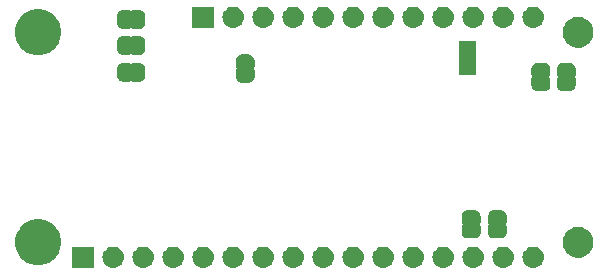
<source format=gbr>
G04 #@! TF.GenerationSoftware,KiCad,Pcbnew,(5.1.4)-1*
G04 #@! TF.CreationDate,2020-01-22T19:52:42-05:00*
G04 #@! TF.ProjectId,Feather-NEO-M9N-GPS,46656174-6865-4722-9d4e-454f2d4d394e,rev?*
G04 #@! TF.SameCoordinates,Original*
G04 #@! TF.FileFunction,Soldermask,Bot*
G04 #@! TF.FilePolarity,Negative*
%FSLAX46Y46*%
G04 Gerber Fmt 4.6, Leading zero omitted, Abs format (unit mm)*
G04 Created by KiCad (PCBNEW (5.1.4)-1) date 2020-01-22 19:52:42*
%MOMM*%
%LPD*%
G04 APERTURE LIST*
%ADD10C,0.100000*%
G04 APERTURE END LIST*
D10*
G36*
X167421560Y-78513940D02*
G01*
X167421560Y-79910940D01*
X167675560Y-79910940D01*
X167675560Y-78513940D01*
X167421560Y-78513940D01*
G37*
G36*
X173198743Y-95193719D02*
G01*
X173264927Y-95200237D01*
X173434766Y-95251757D01*
X173591291Y-95335422D01*
X173627029Y-95364752D01*
X173728486Y-95448014D01*
X173811748Y-95549471D01*
X173841078Y-95585209D01*
X173924743Y-95741734D01*
X173976263Y-95911573D01*
X173993659Y-96088200D01*
X173976263Y-96264827D01*
X173924743Y-96434666D01*
X173841078Y-96591191D01*
X173811748Y-96626929D01*
X173728486Y-96728386D01*
X173627029Y-96811648D01*
X173591291Y-96840978D01*
X173434766Y-96924643D01*
X173264927Y-96976163D01*
X173198743Y-96982681D01*
X173132560Y-96989200D01*
X173044040Y-96989200D01*
X172977857Y-96982681D01*
X172911673Y-96976163D01*
X172741834Y-96924643D01*
X172585309Y-96840978D01*
X172549571Y-96811648D01*
X172448114Y-96728386D01*
X172364852Y-96626929D01*
X172335522Y-96591191D01*
X172251857Y-96434666D01*
X172200337Y-96264827D01*
X172182941Y-96088200D01*
X172200337Y-95911573D01*
X172251857Y-95741734D01*
X172335522Y-95585209D01*
X172364852Y-95549471D01*
X172448114Y-95448014D01*
X172549571Y-95364752D01*
X172585309Y-95335422D01*
X172741834Y-95251757D01*
X172911673Y-95200237D01*
X172977857Y-95193719D01*
X173044040Y-95187200D01*
X173132560Y-95187200D01*
X173198743Y-95193719D01*
X173198743Y-95193719D01*
G37*
G36*
X152878743Y-95193719D02*
G01*
X152944927Y-95200237D01*
X153114766Y-95251757D01*
X153271291Y-95335422D01*
X153307029Y-95364752D01*
X153408486Y-95448014D01*
X153491748Y-95549471D01*
X153521078Y-95585209D01*
X153604743Y-95741734D01*
X153656263Y-95911573D01*
X153673659Y-96088200D01*
X153656263Y-96264827D01*
X153604743Y-96434666D01*
X153521078Y-96591191D01*
X153491748Y-96626929D01*
X153408486Y-96728386D01*
X153307029Y-96811648D01*
X153271291Y-96840978D01*
X153114766Y-96924643D01*
X152944927Y-96976163D01*
X152878743Y-96982681D01*
X152812560Y-96989200D01*
X152724040Y-96989200D01*
X152657857Y-96982681D01*
X152591673Y-96976163D01*
X152421834Y-96924643D01*
X152265309Y-96840978D01*
X152229571Y-96811648D01*
X152128114Y-96728386D01*
X152044852Y-96626929D01*
X152015522Y-96591191D01*
X151931857Y-96434666D01*
X151880337Y-96264827D01*
X151862941Y-96088200D01*
X151880337Y-95911573D01*
X151931857Y-95741734D01*
X152015522Y-95585209D01*
X152044852Y-95549471D01*
X152128114Y-95448014D01*
X152229571Y-95364752D01*
X152265309Y-95335422D01*
X152421834Y-95251757D01*
X152591673Y-95200237D01*
X152657857Y-95193719D01*
X152724040Y-95187200D01*
X152812560Y-95187200D01*
X152878743Y-95193719D01*
X152878743Y-95193719D01*
G37*
G36*
X135889300Y-96989200D02*
G01*
X134087300Y-96989200D01*
X134087300Y-95187200D01*
X135889300Y-95187200D01*
X135889300Y-96989200D01*
X135889300Y-96989200D01*
G37*
G36*
X137638743Y-95193719D02*
G01*
X137704927Y-95200237D01*
X137874766Y-95251757D01*
X138031291Y-95335422D01*
X138067029Y-95364752D01*
X138168486Y-95448014D01*
X138251748Y-95549471D01*
X138281078Y-95585209D01*
X138364743Y-95741734D01*
X138416263Y-95911573D01*
X138433659Y-96088200D01*
X138416263Y-96264827D01*
X138364743Y-96434666D01*
X138281078Y-96591191D01*
X138251748Y-96626929D01*
X138168486Y-96728386D01*
X138067029Y-96811648D01*
X138031291Y-96840978D01*
X137874766Y-96924643D01*
X137704927Y-96976163D01*
X137638743Y-96982681D01*
X137572560Y-96989200D01*
X137484040Y-96989200D01*
X137417857Y-96982681D01*
X137351673Y-96976163D01*
X137181834Y-96924643D01*
X137025309Y-96840978D01*
X136989571Y-96811648D01*
X136888114Y-96728386D01*
X136804852Y-96626929D01*
X136775522Y-96591191D01*
X136691857Y-96434666D01*
X136640337Y-96264827D01*
X136622941Y-96088200D01*
X136640337Y-95911573D01*
X136691857Y-95741734D01*
X136775522Y-95585209D01*
X136804852Y-95549471D01*
X136888114Y-95448014D01*
X136989571Y-95364752D01*
X137025309Y-95335422D01*
X137181834Y-95251757D01*
X137351673Y-95200237D01*
X137417857Y-95193719D01*
X137484040Y-95187200D01*
X137572560Y-95187200D01*
X137638743Y-95193719D01*
X137638743Y-95193719D01*
G37*
G36*
X140178743Y-95193719D02*
G01*
X140244927Y-95200237D01*
X140414766Y-95251757D01*
X140571291Y-95335422D01*
X140607029Y-95364752D01*
X140708486Y-95448014D01*
X140791748Y-95549471D01*
X140821078Y-95585209D01*
X140904743Y-95741734D01*
X140956263Y-95911573D01*
X140973659Y-96088200D01*
X140956263Y-96264827D01*
X140904743Y-96434666D01*
X140821078Y-96591191D01*
X140791748Y-96626929D01*
X140708486Y-96728386D01*
X140607029Y-96811648D01*
X140571291Y-96840978D01*
X140414766Y-96924643D01*
X140244927Y-96976163D01*
X140178743Y-96982681D01*
X140112560Y-96989200D01*
X140024040Y-96989200D01*
X139957857Y-96982681D01*
X139891673Y-96976163D01*
X139721834Y-96924643D01*
X139565309Y-96840978D01*
X139529571Y-96811648D01*
X139428114Y-96728386D01*
X139344852Y-96626929D01*
X139315522Y-96591191D01*
X139231857Y-96434666D01*
X139180337Y-96264827D01*
X139162941Y-96088200D01*
X139180337Y-95911573D01*
X139231857Y-95741734D01*
X139315522Y-95585209D01*
X139344852Y-95549471D01*
X139428114Y-95448014D01*
X139529571Y-95364752D01*
X139565309Y-95335422D01*
X139721834Y-95251757D01*
X139891673Y-95200237D01*
X139957857Y-95193719D01*
X140024040Y-95187200D01*
X140112560Y-95187200D01*
X140178743Y-95193719D01*
X140178743Y-95193719D01*
G37*
G36*
X142718743Y-95193719D02*
G01*
X142784927Y-95200237D01*
X142954766Y-95251757D01*
X143111291Y-95335422D01*
X143147029Y-95364752D01*
X143248486Y-95448014D01*
X143331748Y-95549471D01*
X143361078Y-95585209D01*
X143444743Y-95741734D01*
X143496263Y-95911573D01*
X143513659Y-96088200D01*
X143496263Y-96264827D01*
X143444743Y-96434666D01*
X143361078Y-96591191D01*
X143331748Y-96626929D01*
X143248486Y-96728386D01*
X143147029Y-96811648D01*
X143111291Y-96840978D01*
X142954766Y-96924643D01*
X142784927Y-96976163D01*
X142718743Y-96982681D01*
X142652560Y-96989200D01*
X142564040Y-96989200D01*
X142497857Y-96982681D01*
X142431673Y-96976163D01*
X142261834Y-96924643D01*
X142105309Y-96840978D01*
X142069571Y-96811648D01*
X141968114Y-96728386D01*
X141884852Y-96626929D01*
X141855522Y-96591191D01*
X141771857Y-96434666D01*
X141720337Y-96264827D01*
X141702941Y-96088200D01*
X141720337Y-95911573D01*
X141771857Y-95741734D01*
X141855522Y-95585209D01*
X141884852Y-95549471D01*
X141968114Y-95448014D01*
X142069571Y-95364752D01*
X142105309Y-95335422D01*
X142261834Y-95251757D01*
X142431673Y-95200237D01*
X142497857Y-95193719D01*
X142564040Y-95187200D01*
X142652560Y-95187200D01*
X142718743Y-95193719D01*
X142718743Y-95193719D01*
G37*
G36*
X145258743Y-95193719D02*
G01*
X145324927Y-95200237D01*
X145494766Y-95251757D01*
X145651291Y-95335422D01*
X145687029Y-95364752D01*
X145788486Y-95448014D01*
X145871748Y-95549471D01*
X145901078Y-95585209D01*
X145984743Y-95741734D01*
X146036263Y-95911573D01*
X146053659Y-96088200D01*
X146036263Y-96264827D01*
X145984743Y-96434666D01*
X145901078Y-96591191D01*
X145871748Y-96626929D01*
X145788486Y-96728386D01*
X145687029Y-96811648D01*
X145651291Y-96840978D01*
X145494766Y-96924643D01*
X145324927Y-96976163D01*
X145258743Y-96982681D01*
X145192560Y-96989200D01*
X145104040Y-96989200D01*
X145037857Y-96982681D01*
X144971673Y-96976163D01*
X144801834Y-96924643D01*
X144645309Y-96840978D01*
X144609571Y-96811648D01*
X144508114Y-96728386D01*
X144424852Y-96626929D01*
X144395522Y-96591191D01*
X144311857Y-96434666D01*
X144260337Y-96264827D01*
X144242941Y-96088200D01*
X144260337Y-95911573D01*
X144311857Y-95741734D01*
X144395522Y-95585209D01*
X144424852Y-95549471D01*
X144508114Y-95448014D01*
X144609571Y-95364752D01*
X144645309Y-95335422D01*
X144801834Y-95251757D01*
X144971673Y-95200237D01*
X145037857Y-95193719D01*
X145104040Y-95187200D01*
X145192560Y-95187200D01*
X145258743Y-95193719D01*
X145258743Y-95193719D01*
G37*
G36*
X147798743Y-95193719D02*
G01*
X147864927Y-95200237D01*
X148034766Y-95251757D01*
X148191291Y-95335422D01*
X148227029Y-95364752D01*
X148328486Y-95448014D01*
X148411748Y-95549471D01*
X148441078Y-95585209D01*
X148524743Y-95741734D01*
X148576263Y-95911573D01*
X148593659Y-96088200D01*
X148576263Y-96264827D01*
X148524743Y-96434666D01*
X148441078Y-96591191D01*
X148411748Y-96626929D01*
X148328486Y-96728386D01*
X148227029Y-96811648D01*
X148191291Y-96840978D01*
X148034766Y-96924643D01*
X147864927Y-96976163D01*
X147798743Y-96982681D01*
X147732560Y-96989200D01*
X147644040Y-96989200D01*
X147577857Y-96982681D01*
X147511673Y-96976163D01*
X147341834Y-96924643D01*
X147185309Y-96840978D01*
X147149571Y-96811648D01*
X147048114Y-96728386D01*
X146964852Y-96626929D01*
X146935522Y-96591191D01*
X146851857Y-96434666D01*
X146800337Y-96264827D01*
X146782941Y-96088200D01*
X146800337Y-95911573D01*
X146851857Y-95741734D01*
X146935522Y-95585209D01*
X146964852Y-95549471D01*
X147048114Y-95448014D01*
X147149571Y-95364752D01*
X147185309Y-95335422D01*
X147341834Y-95251757D01*
X147511673Y-95200237D01*
X147577857Y-95193719D01*
X147644040Y-95187200D01*
X147732560Y-95187200D01*
X147798743Y-95193719D01*
X147798743Y-95193719D01*
G37*
G36*
X150338743Y-95193719D02*
G01*
X150404927Y-95200237D01*
X150574766Y-95251757D01*
X150731291Y-95335422D01*
X150767029Y-95364752D01*
X150868486Y-95448014D01*
X150951748Y-95549471D01*
X150981078Y-95585209D01*
X151064743Y-95741734D01*
X151116263Y-95911573D01*
X151133659Y-96088200D01*
X151116263Y-96264827D01*
X151064743Y-96434666D01*
X150981078Y-96591191D01*
X150951748Y-96626929D01*
X150868486Y-96728386D01*
X150767029Y-96811648D01*
X150731291Y-96840978D01*
X150574766Y-96924643D01*
X150404927Y-96976163D01*
X150338743Y-96982681D01*
X150272560Y-96989200D01*
X150184040Y-96989200D01*
X150117857Y-96982681D01*
X150051673Y-96976163D01*
X149881834Y-96924643D01*
X149725309Y-96840978D01*
X149689571Y-96811648D01*
X149588114Y-96728386D01*
X149504852Y-96626929D01*
X149475522Y-96591191D01*
X149391857Y-96434666D01*
X149340337Y-96264827D01*
X149322941Y-96088200D01*
X149340337Y-95911573D01*
X149391857Y-95741734D01*
X149475522Y-95585209D01*
X149504852Y-95549471D01*
X149588114Y-95448014D01*
X149689571Y-95364752D01*
X149725309Y-95335422D01*
X149881834Y-95251757D01*
X150051673Y-95200237D01*
X150117857Y-95193719D01*
X150184040Y-95187200D01*
X150272560Y-95187200D01*
X150338743Y-95193719D01*
X150338743Y-95193719D01*
G37*
G36*
X157958743Y-95193719D02*
G01*
X158024927Y-95200237D01*
X158194766Y-95251757D01*
X158351291Y-95335422D01*
X158387029Y-95364752D01*
X158488486Y-95448014D01*
X158571748Y-95549471D01*
X158601078Y-95585209D01*
X158684743Y-95741734D01*
X158736263Y-95911573D01*
X158753659Y-96088200D01*
X158736263Y-96264827D01*
X158684743Y-96434666D01*
X158601078Y-96591191D01*
X158571748Y-96626929D01*
X158488486Y-96728386D01*
X158387029Y-96811648D01*
X158351291Y-96840978D01*
X158194766Y-96924643D01*
X158024927Y-96976163D01*
X157958743Y-96982681D01*
X157892560Y-96989200D01*
X157804040Y-96989200D01*
X157737857Y-96982681D01*
X157671673Y-96976163D01*
X157501834Y-96924643D01*
X157345309Y-96840978D01*
X157309571Y-96811648D01*
X157208114Y-96728386D01*
X157124852Y-96626929D01*
X157095522Y-96591191D01*
X157011857Y-96434666D01*
X156960337Y-96264827D01*
X156942941Y-96088200D01*
X156960337Y-95911573D01*
X157011857Y-95741734D01*
X157095522Y-95585209D01*
X157124852Y-95549471D01*
X157208114Y-95448014D01*
X157309571Y-95364752D01*
X157345309Y-95335422D01*
X157501834Y-95251757D01*
X157671673Y-95200237D01*
X157737857Y-95193719D01*
X157804040Y-95187200D01*
X157892560Y-95187200D01*
X157958743Y-95193719D01*
X157958743Y-95193719D01*
G37*
G36*
X160498743Y-95193719D02*
G01*
X160564927Y-95200237D01*
X160734766Y-95251757D01*
X160891291Y-95335422D01*
X160927029Y-95364752D01*
X161028486Y-95448014D01*
X161111748Y-95549471D01*
X161141078Y-95585209D01*
X161224743Y-95741734D01*
X161276263Y-95911573D01*
X161293659Y-96088200D01*
X161276263Y-96264827D01*
X161224743Y-96434666D01*
X161141078Y-96591191D01*
X161111748Y-96626929D01*
X161028486Y-96728386D01*
X160927029Y-96811648D01*
X160891291Y-96840978D01*
X160734766Y-96924643D01*
X160564927Y-96976163D01*
X160498743Y-96982681D01*
X160432560Y-96989200D01*
X160344040Y-96989200D01*
X160277857Y-96982681D01*
X160211673Y-96976163D01*
X160041834Y-96924643D01*
X159885309Y-96840978D01*
X159849571Y-96811648D01*
X159748114Y-96728386D01*
X159664852Y-96626929D01*
X159635522Y-96591191D01*
X159551857Y-96434666D01*
X159500337Y-96264827D01*
X159482941Y-96088200D01*
X159500337Y-95911573D01*
X159551857Y-95741734D01*
X159635522Y-95585209D01*
X159664852Y-95549471D01*
X159748114Y-95448014D01*
X159849571Y-95364752D01*
X159885309Y-95335422D01*
X160041834Y-95251757D01*
X160211673Y-95200237D01*
X160277857Y-95193719D01*
X160344040Y-95187200D01*
X160432560Y-95187200D01*
X160498743Y-95193719D01*
X160498743Y-95193719D01*
G37*
G36*
X163038743Y-95193719D02*
G01*
X163104927Y-95200237D01*
X163274766Y-95251757D01*
X163431291Y-95335422D01*
X163467029Y-95364752D01*
X163568486Y-95448014D01*
X163651748Y-95549471D01*
X163681078Y-95585209D01*
X163764743Y-95741734D01*
X163816263Y-95911573D01*
X163833659Y-96088200D01*
X163816263Y-96264827D01*
X163764743Y-96434666D01*
X163681078Y-96591191D01*
X163651748Y-96626929D01*
X163568486Y-96728386D01*
X163467029Y-96811648D01*
X163431291Y-96840978D01*
X163274766Y-96924643D01*
X163104927Y-96976163D01*
X163038743Y-96982681D01*
X162972560Y-96989200D01*
X162884040Y-96989200D01*
X162817857Y-96982681D01*
X162751673Y-96976163D01*
X162581834Y-96924643D01*
X162425309Y-96840978D01*
X162389571Y-96811648D01*
X162288114Y-96728386D01*
X162204852Y-96626929D01*
X162175522Y-96591191D01*
X162091857Y-96434666D01*
X162040337Y-96264827D01*
X162022941Y-96088200D01*
X162040337Y-95911573D01*
X162091857Y-95741734D01*
X162175522Y-95585209D01*
X162204852Y-95549471D01*
X162288114Y-95448014D01*
X162389571Y-95364752D01*
X162425309Y-95335422D01*
X162581834Y-95251757D01*
X162751673Y-95200237D01*
X162817857Y-95193719D01*
X162884040Y-95187200D01*
X162972560Y-95187200D01*
X163038743Y-95193719D01*
X163038743Y-95193719D01*
G37*
G36*
X165578743Y-95193719D02*
G01*
X165644927Y-95200237D01*
X165814766Y-95251757D01*
X165971291Y-95335422D01*
X166007029Y-95364752D01*
X166108486Y-95448014D01*
X166191748Y-95549471D01*
X166221078Y-95585209D01*
X166304743Y-95741734D01*
X166356263Y-95911573D01*
X166373659Y-96088200D01*
X166356263Y-96264827D01*
X166304743Y-96434666D01*
X166221078Y-96591191D01*
X166191748Y-96626929D01*
X166108486Y-96728386D01*
X166007029Y-96811648D01*
X165971291Y-96840978D01*
X165814766Y-96924643D01*
X165644927Y-96976163D01*
X165578743Y-96982681D01*
X165512560Y-96989200D01*
X165424040Y-96989200D01*
X165357857Y-96982681D01*
X165291673Y-96976163D01*
X165121834Y-96924643D01*
X164965309Y-96840978D01*
X164929571Y-96811648D01*
X164828114Y-96728386D01*
X164744852Y-96626929D01*
X164715522Y-96591191D01*
X164631857Y-96434666D01*
X164580337Y-96264827D01*
X164562941Y-96088200D01*
X164580337Y-95911573D01*
X164631857Y-95741734D01*
X164715522Y-95585209D01*
X164744852Y-95549471D01*
X164828114Y-95448014D01*
X164929571Y-95364752D01*
X164965309Y-95335422D01*
X165121834Y-95251757D01*
X165291673Y-95200237D01*
X165357857Y-95193719D01*
X165424040Y-95187200D01*
X165512560Y-95187200D01*
X165578743Y-95193719D01*
X165578743Y-95193719D01*
G37*
G36*
X168118743Y-95193719D02*
G01*
X168184927Y-95200237D01*
X168354766Y-95251757D01*
X168511291Y-95335422D01*
X168547029Y-95364752D01*
X168648486Y-95448014D01*
X168731748Y-95549471D01*
X168761078Y-95585209D01*
X168844743Y-95741734D01*
X168896263Y-95911573D01*
X168913659Y-96088200D01*
X168896263Y-96264827D01*
X168844743Y-96434666D01*
X168761078Y-96591191D01*
X168731748Y-96626929D01*
X168648486Y-96728386D01*
X168547029Y-96811648D01*
X168511291Y-96840978D01*
X168354766Y-96924643D01*
X168184927Y-96976163D01*
X168118743Y-96982681D01*
X168052560Y-96989200D01*
X167964040Y-96989200D01*
X167897857Y-96982681D01*
X167831673Y-96976163D01*
X167661834Y-96924643D01*
X167505309Y-96840978D01*
X167469571Y-96811648D01*
X167368114Y-96728386D01*
X167284852Y-96626929D01*
X167255522Y-96591191D01*
X167171857Y-96434666D01*
X167120337Y-96264827D01*
X167102941Y-96088200D01*
X167120337Y-95911573D01*
X167171857Y-95741734D01*
X167255522Y-95585209D01*
X167284852Y-95549471D01*
X167368114Y-95448014D01*
X167469571Y-95364752D01*
X167505309Y-95335422D01*
X167661834Y-95251757D01*
X167831673Y-95200237D01*
X167897857Y-95193719D01*
X167964040Y-95187200D01*
X168052560Y-95187200D01*
X168118743Y-95193719D01*
X168118743Y-95193719D01*
G37*
G36*
X170658743Y-95193719D02*
G01*
X170724927Y-95200237D01*
X170894766Y-95251757D01*
X171051291Y-95335422D01*
X171087029Y-95364752D01*
X171188486Y-95448014D01*
X171271748Y-95549471D01*
X171301078Y-95585209D01*
X171384743Y-95741734D01*
X171436263Y-95911573D01*
X171453659Y-96088200D01*
X171436263Y-96264827D01*
X171384743Y-96434666D01*
X171301078Y-96591191D01*
X171271748Y-96626929D01*
X171188486Y-96728386D01*
X171087029Y-96811648D01*
X171051291Y-96840978D01*
X170894766Y-96924643D01*
X170724927Y-96976163D01*
X170658743Y-96982681D01*
X170592560Y-96989200D01*
X170504040Y-96989200D01*
X170437857Y-96982681D01*
X170371673Y-96976163D01*
X170201834Y-96924643D01*
X170045309Y-96840978D01*
X170009571Y-96811648D01*
X169908114Y-96728386D01*
X169824852Y-96626929D01*
X169795522Y-96591191D01*
X169711857Y-96434666D01*
X169660337Y-96264827D01*
X169642941Y-96088200D01*
X169660337Y-95911573D01*
X169711857Y-95741734D01*
X169795522Y-95585209D01*
X169824852Y-95549471D01*
X169908114Y-95448014D01*
X170009571Y-95364752D01*
X170045309Y-95335422D01*
X170201834Y-95251757D01*
X170371673Y-95200237D01*
X170437857Y-95193719D01*
X170504040Y-95187200D01*
X170592560Y-95187200D01*
X170658743Y-95193719D01*
X170658743Y-95193719D01*
G37*
G36*
X155418743Y-95193719D02*
G01*
X155484927Y-95200237D01*
X155654766Y-95251757D01*
X155811291Y-95335422D01*
X155847029Y-95364752D01*
X155948486Y-95448014D01*
X156031748Y-95549471D01*
X156061078Y-95585209D01*
X156144743Y-95741734D01*
X156196263Y-95911573D01*
X156213659Y-96088200D01*
X156196263Y-96264827D01*
X156144743Y-96434666D01*
X156061078Y-96591191D01*
X156031748Y-96626929D01*
X155948486Y-96728386D01*
X155847029Y-96811648D01*
X155811291Y-96840978D01*
X155654766Y-96924643D01*
X155484927Y-96976163D01*
X155418743Y-96982681D01*
X155352560Y-96989200D01*
X155264040Y-96989200D01*
X155197857Y-96982681D01*
X155131673Y-96976163D01*
X154961834Y-96924643D01*
X154805309Y-96840978D01*
X154769571Y-96811648D01*
X154668114Y-96728386D01*
X154584852Y-96626929D01*
X154555522Y-96591191D01*
X154471857Y-96434666D01*
X154420337Y-96264827D01*
X154402941Y-96088200D01*
X154420337Y-95911573D01*
X154471857Y-95741734D01*
X154555522Y-95585209D01*
X154584852Y-95549471D01*
X154668114Y-95448014D01*
X154769571Y-95364752D01*
X154805309Y-95335422D01*
X154961834Y-95251757D01*
X155131673Y-95200237D01*
X155197857Y-95193719D01*
X155264040Y-95187200D01*
X155352560Y-95187200D01*
X155418743Y-95193719D01*
X155418743Y-95193719D01*
G37*
G36*
X131747385Y-92942175D02*
G01*
X132102443Y-93089245D01*
X132102445Y-93089246D01*
X132421990Y-93302759D01*
X132693741Y-93574510D01*
X132754384Y-93665269D01*
X132907255Y-93894057D01*
X133054325Y-94249115D01*
X133129300Y-94626042D01*
X133129300Y-95010358D01*
X133054325Y-95387285D01*
X132972342Y-95585209D01*
X132907254Y-95742345D01*
X132693741Y-96061890D01*
X132421990Y-96333641D01*
X132102445Y-96547154D01*
X132102444Y-96547155D01*
X132102443Y-96547155D01*
X131747385Y-96694225D01*
X131370458Y-96769200D01*
X130986142Y-96769200D01*
X130609215Y-96694225D01*
X130254157Y-96547155D01*
X130254156Y-96547155D01*
X130254155Y-96547154D01*
X129934610Y-96333641D01*
X129662859Y-96061890D01*
X129449346Y-95742345D01*
X129384258Y-95585209D01*
X129302275Y-95387285D01*
X129227300Y-95010358D01*
X129227300Y-94626042D01*
X129302275Y-94249115D01*
X129449345Y-93894057D01*
X129602216Y-93665269D01*
X129662859Y-93574510D01*
X129934610Y-93302759D01*
X130254155Y-93089246D01*
X130254157Y-93089245D01*
X130609215Y-92942175D01*
X130986142Y-92867200D01*
X131370458Y-92867200D01*
X131747385Y-92942175D01*
X131747385Y-92942175D01*
G37*
G36*
X177277787Y-93567196D02*
G01*
X177514553Y-93665268D01*
X177514555Y-93665269D01*
X177727639Y-93807647D01*
X177908853Y-93988861D01*
X177982673Y-94099340D01*
X178051232Y-94201947D01*
X178149304Y-94438713D01*
X178199300Y-94690061D01*
X178199300Y-94946339D01*
X178149304Y-95197687D01*
X178070769Y-95387286D01*
X178051231Y-95434455D01*
X177908853Y-95647539D01*
X177727639Y-95828753D01*
X177514555Y-95971131D01*
X177514554Y-95971132D01*
X177514553Y-95971132D01*
X177277787Y-96069204D01*
X177026439Y-96119200D01*
X176770161Y-96119200D01*
X176518813Y-96069204D01*
X176282047Y-95971132D01*
X176282046Y-95971132D01*
X176282045Y-95971131D01*
X176068961Y-95828753D01*
X175887747Y-95647539D01*
X175745369Y-95434455D01*
X175725831Y-95387286D01*
X175647296Y-95197687D01*
X175597300Y-94946339D01*
X175597300Y-94690061D01*
X175647296Y-94438713D01*
X175745368Y-94201947D01*
X175813928Y-94099340D01*
X175887747Y-93988861D01*
X176068961Y-93807647D01*
X176282045Y-93665269D01*
X176282047Y-93665268D01*
X176518813Y-93567196D01*
X176770161Y-93517200D01*
X177026439Y-93517200D01*
X177277787Y-93567196D01*
X177277787Y-93567196D01*
G37*
G36*
X170317739Y-92099234D02*
G01*
X170329990Y-92099836D01*
X170348409Y-92099836D01*
X170370689Y-92102030D01*
X170454773Y-92118756D01*
X170476200Y-92125256D01*
X170555398Y-92158060D01*
X170560843Y-92160971D01*
X170560849Y-92160973D01*
X170569709Y-92165709D01*
X170569713Y-92165712D01*
X170575154Y-92168620D01*
X170646439Y-92216251D01*
X170663744Y-92230452D01*
X170724368Y-92291076D01*
X170738569Y-92308381D01*
X170786200Y-92379666D01*
X170789108Y-92385107D01*
X170789111Y-92385111D01*
X170793847Y-92393971D01*
X170793849Y-92393977D01*
X170796760Y-92399422D01*
X170829564Y-92478620D01*
X170836064Y-92500047D01*
X170852790Y-92584131D01*
X170854984Y-92606411D01*
X170854984Y-92624830D01*
X170855586Y-92637081D01*
X170857392Y-92655419D01*
X170857392Y-93143140D01*
X170855803Y-93159279D01*
X170852888Y-93168888D01*
X170848150Y-93177752D01*
X170841777Y-93185517D01*
X170829334Y-93195728D01*
X170818965Y-93202658D01*
X170801638Y-93219985D01*
X170788025Y-93240360D01*
X170778649Y-93263000D01*
X170773869Y-93287033D01*
X170773870Y-93311537D01*
X170778652Y-93335570D01*
X170788030Y-93358209D01*
X170801645Y-93378582D01*
X170818972Y-93395909D01*
X170829342Y-93402838D01*
X170841777Y-93413043D01*
X170848150Y-93420808D01*
X170852888Y-93429672D01*
X170855803Y-93439281D01*
X170857392Y-93455420D01*
X170857392Y-93943142D01*
X170855586Y-93961479D01*
X170854984Y-93973730D01*
X170854984Y-93992149D01*
X170852790Y-94014429D01*
X170836064Y-94098513D01*
X170829564Y-94119940D01*
X170796760Y-94199138D01*
X170793849Y-94204583D01*
X170793847Y-94204589D01*
X170789111Y-94213449D01*
X170789108Y-94213453D01*
X170786200Y-94218894D01*
X170738569Y-94290179D01*
X170724368Y-94307484D01*
X170663744Y-94368108D01*
X170646439Y-94382309D01*
X170575154Y-94429940D01*
X170569713Y-94432848D01*
X170569709Y-94432851D01*
X170560849Y-94437587D01*
X170560843Y-94437589D01*
X170555398Y-94440500D01*
X170476200Y-94473304D01*
X170454773Y-94479804D01*
X170370689Y-94496530D01*
X170348409Y-94498724D01*
X170329990Y-94498724D01*
X170317739Y-94499326D01*
X170299402Y-94501132D01*
X169811678Y-94501132D01*
X169793341Y-94499326D01*
X169781090Y-94498724D01*
X169762671Y-94498724D01*
X169740391Y-94496530D01*
X169656307Y-94479804D01*
X169634880Y-94473304D01*
X169555682Y-94440500D01*
X169550237Y-94437589D01*
X169550231Y-94437587D01*
X169541371Y-94432851D01*
X169541367Y-94432848D01*
X169535926Y-94429940D01*
X169464641Y-94382309D01*
X169447336Y-94368108D01*
X169386712Y-94307484D01*
X169372511Y-94290179D01*
X169324880Y-94218894D01*
X169321972Y-94213453D01*
X169321969Y-94213449D01*
X169317233Y-94204589D01*
X169317231Y-94204583D01*
X169314320Y-94199138D01*
X169281516Y-94119940D01*
X169275016Y-94098513D01*
X169258290Y-94014429D01*
X169256096Y-93992149D01*
X169256096Y-93973730D01*
X169255494Y-93961479D01*
X169253688Y-93943142D01*
X169253688Y-93455420D01*
X169255277Y-93439281D01*
X169258192Y-93429672D01*
X169262930Y-93420808D01*
X169269303Y-93413043D01*
X169281746Y-93402832D01*
X169292115Y-93395902D01*
X169309442Y-93378575D01*
X169323055Y-93358200D01*
X169332431Y-93335560D01*
X169337211Y-93311527D01*
X169337210Y-93287023D01*
X169332428Y-93262990D01*
X169323050Y-93240351D01*
X169309435Y-93219978D01*
X169292108Y-93202651D01*
X169281738Y-93195722D01*
X169269303Y-93185517D01*
X169262930Y-93177752D01*
X169258192Y-93168888D01*
X169255277Y-93159279D01*
X169253688Y-93143140D01*
X169253688Y-92655419D01*
X169255494Y-92637081D01*
X169256096Y-92624830D01*
X169256096Y-92606411D01*
X169258290Y-92584131D01*
X169275016Y-92500047D01*
X169281516Y-92478620D01*
X169314320Y-92399422D01*
X169317231Y-92393977D01*
X169317233Y-92393971D01*
X169321969Y-92385111D01*
X169321972Y-92385107D01*
X169324880Y-92379666D01*
X169372511Y-92308381D01*
X169386712Y-92291076D01*
X169447336Y-92230452D01*
X169464641Y-92216251D01*
X169535926Y-92168620D01*
X169541367Y-92165712D01*
X169541371Y-92165709D01*
X169550231Y-92160973D01*
X169550237Y-92160971D01*
X169555682Y-92158060D01*
X169634880Y-92125256D01*
X169656307Y-92118756D01*
X169740391Y-92102030D01*
X169762671Y-92099836D01*
X169781090Y-92099836D01*
X169793341Y-92099234D01*
X169811679Y-92097428D01*
X170299401Y-92097428D01*
X170317739Y-92099234D01*
X170317739Y-92099234D01*
G37*
G36*
X168097779Y-92094154D02*
G01*
X168110030Y-92094756D01*
X168128449Y-92094756D01*
X168150729Y-92096950D01*
X168234813Y-92113676D01*
X168256240Y-92120176D01*
X168335438Y-92152980D01*
X168340883Y-92155891D01*
X168340889Y-92155893D01*
X168349749Y-92160629D01*
X168349753Y-92160632D01*
X168355194Y-92163540D01*
X168426479Y-92211171D01*
X168443784Y-92225372D01*
X168504408Y-92285996D01*
X168518609Y-92303301D01*
X168566240Y-92374586D01*
X168569148Y-92380027D01*
X168569151Y-92380031D01*
X168573887Y-92388891D01*
X168573889Y-92388897D01*
X168576800Y-92394342D01*
X168609604Y-92473540D01*
X168616104Y-92494967D01*
X168632830Y-92579051D01*
X168635024Y-92601331D01*
X168635024Y-92619750D01*
X168635626Y-92632001D01*
X168637432Y-92650339D01*
X168637432Y-93138060D01*
X168635843Y-93154199D01*
X168632928Y-93163808D01*
X168628190Y-93172672D01*
X168621817Y-93180437D01*
X168609374Y-93190648D01*
X168599005Y-93197578D01*
X168581678Y-93214905D01*
X168568065Y-93235280D01*
X168558689Y-93257920D01*
X168553909Y-93281953D01*
X168553910Y-93306457D01*
X168558692Y-93330490D01*
X168568070Y-93353129D01*
X168581685Y-93373502D01*
X168599012Y-93390829D01*
X168609382Y-93397758D01*
X168621817Y-93407963D01*
X168628190Y-93415728D01*
X168632928Y-93424592D01*
X168635843Y-93434201D01*
X168637432Y-93450340D01*
X168637432Y-93938062D01*
X168635626Y-93956399D01*
X168635024Y-93968650D01*
X168635024Y-93987069D01*
X168632830Y-94009349D01*
X168616104Y-94093433D01*
X168609604Y-94114860D01*
X168576800Y-94194058D01*
X168573889Y-94199503D01*
X168573887Y-94199509D01*
X168569151Y-94208369D01*
X168569148Y-94208373D01*
X168566240Y-94213814D01*
X168518609Y-94285099D01*
X168504408Y-94302404D01*
X168443784Y-94363028D01*
X168426479Y-94377229D01*
X168355194Y-94424860D01*
X168349753Y-94427768D01*
X168349749Y-94427771D01*
X168340889Y-94432507D01*
X168340883Y-94432509D01*
X168335438Y-94435420D01*
X168256240Y-94468224D01*
X168234813Y-94474724D01*
X168150729Y-94491450D01*
X168128449Y-94493644D01*
X168110030Y-94493644D01*
X168097779Y-94494246D01*
X168079442Y-94496052D01*
X167591718Y-94496052D01*
X167573381Y-94494246D01*
X167561130Y-94493644D01*
X167542711Y-94493644D01*
X167520431Y-94491450D01*
X167436347Y-94474724D01*
X167414920Y-94468224D01*
X167335722Y-94435420D01*
X167330277Y-94432509D01*
X167330271Y-94432507D01*
X167321411Y-94427771D01*
X167321407Y-94427768D01*
X167315966Y-94424860D01*
X167244681Y-94377229D01*
X167227376Y-94363028D01*
X167166752Y-94302404D01*
X167152551Y-94285099D01*
X167104920Y-94213814D01*
X167102012Y-94208373D01*
X167102009Y-94208369D01*
X167097273Y-94199509D01*
X167097271Y-94199503D01*
X167094360Y-94194058D01*
X167061556Y-94114860D01*
X167055056Y-94093433D01*
X167038330Y-94009349D01*
X167036136Y-93987069D01*
X167036136Y-93968650D01*
X167035534Y-93956399D01*
X167033728Y-93938062D01*
X167033728Y-93450340D01*
X167035317Y-93434201D01*
X167038232Y-93424592D01*
X167042970Y-93415728D01*
X167049343Y-93407963D01*
X167061786Y-93397752D01*
X167072155Y-93390822D01*
X167089482Y-93373495D01*
X167103095Y-93353120D01*
X167112471Y-93330480D01*
X167117251Y-93306447D01*
X167117250Y-93281943D01*
X167112468Y-93257910D01*
X167103090Y-93235271D01*
X167089475Y-93214898D01*
X167072148Y-93197571D01*
X167061778Y-93190642D01*
X167049343Y-93180437D01*
X167042970Y-93172672D01*
X167038232Y-93163808D01*
X167035317Y-93154199D01*
X167033728Y-93138060D01*
X167033728Y-92650339D01*
X167035534Y-92632001D01*
X167036136Y-92619750D01*
X167036136Y-92601331D01*
X167038330Y-92579051D01*
X167055056Y-92494967D01*
X167061556Y-92473540D01*
X167094360Y-92394342D01*
X167097271Y-92388897D01*
X167097273Y-92388891D01*
X167102009Y-92380031D01*
X167102012Y-92380027D01*
X167104920Y-92374586D01*
X167152551Y-92303301D01*
X167166752Y-92285996D01*
X167227376Y-92225372D01*
X167244681Y-92211171D01*
X167315966Y-92163540D01*
X167321407Y-92160632D01*
X167321411Y-92160629D01*
X167330271Y-92155893D01*
X167330277Y-92155891D01*
X167335722Y-92152980D01*
X167414920Y-92120176D01*
X167436347Y-92113676D01*
X167520431Y-92096950D01*
X167542711Y-92094756D01*
X167561130Y-92094756D01*
X167573381Y-92094154D01*
X167591719Y-92092348D01*
X168079441Y-92092348D01*
X168097779Y-92094154D01*
X168097779Y-92094154D01*
G37*
G36*
X176157199Y-79622754D02*
G01*
X176169450Y-79623356D01*
X176187869Y-79623356D01*
X176210149Y-79625550D01*
X176294233Y-79642276D01*
X176315660Y-79648776D01*
X176394858Y-79681580D01*
X176400303Y-79684491D01*
X176400309Y-79684493D01*
X176409169Y-79689229D01*
X176409173Y-79689232D01*
X176414614Y-79692140D01*
X176485899Y-79739771D01*
X176503204Y-79753972D01*
X176563828Y-79814596D01*
X176578029Y-79831901D01*
X176625660Y-79903186D01*
X176628568Y-79908627D01*
X176628571Y-79908631D01*
X176633307Y-79917491D01*
X176633309Y-79917497D01*
X176636220Y-79922942D01*
X176669024Y-80002140D01*
X176675524Y-80023567D01*
X176692250Y-80107651D01*
X176694444Y-80129931D01*
X176694444Y-80148350D01*
X176695046Y-80160601D01*
X176696852Y-80178939D01*
X176696852Y-80666660D01*
X176695263Y-80682799D01*
X176692348Y-80692408D01*
X176687610Y-80701272D01*
X176681237Y-80709037D01*
X176668794Y-80719248D01*
X176658425Y-80726178D01*
X176641098Y-80743505D01*
X176627485Y-80763880D01*
X176618109Y-80786520D01*
X176613329Y-80810553D01*
X176613330Y-80835057D01*
X176618112Y-80859090D01*
X176627490Y-80881729D01*
X176641105Y-80902102D01*
X176658432Y-80919429D01*
X176668802Y-80926358D01*
X176681237Y-80936563D01*
X176687610Y-80944328D01*
X176692348Y-80953192D01*
X176695263Y-80962801D01*
X176696852Y-80978940D01*
X176696852Y-81466662D01*
X176695046Y-81484999D01*
X176694444Y-81497250D01*
X176694444Y-81515669D01*
X176692250Y-81537949D01*
X176675524Y-81622033D01*
X176669024Y-81643460D01*
X176636220Y-81722658D01*
X176633309Y-81728103D01*
X176633307Y-81728109D01*
X176628571Y-81736969D01*
X176628568Y-81736973D01*
X176625660Y-81742414D01*
X176578029Y-81813699D01*
X176563828Y-81831004D01*
X176503204Y-81891628D01*
X176485899Y-81905829D01*
X176414614Y-81953460D01*
X176409173Y-81956368D01*
X176409169Y-81956371D01*
X176400309Y-81961107D01*
X176400303Y-81961109D01*
X176394858Y-81964020D01*
X176315660Y-81996824D01*
X176294233Y-82003324D01*
X176210149Y-82020050D01*
X176187869Y-82022244D01*
X176169450Y-82022244D01*
X176157199Y-82022846D01*
X176138862Y-82024652D01*
X175651138Y-82024652D01*
X175632801Y-82022846D01*
X175620550Y-82022244D01*
X175602131Y-82022244D01*
X175579851Y-82020050D01*
X175495767Y-82003324D01*
X175474340Y-81996824D01*
X175395142Y-81964020D01*
X175389697Y-81961109D01*
X175389691Y-81961107D01*
X175380831Y-81956371D01*
X175380827Y-81956368D01*
X175375386Y-81953460D01*
X175304101Y-81905829D01*
X175286796Y-81891628D01*
X175226172Y-81831004D01*
X175211971Y-81813699D01*
X175164340Y-81742414D01*
X175161432Y-81736973D01*
X175161429Y-81736969D01*
X175156693Y-81728109D01*
X175156691Y-81728103D01*
X175153780Y-81722658D01*
X175120976Y-81643460D01*
X175114476Y-81622033D01*
X175097750Y-81537949D01*
X175095556Y-81515669D01*
X175095556Y-81497250D01*
X175094954Y-81484999D01*
X175093148Y-81466662D01*
X175093148Y-80978940D01*
X175094737Y-80962801D01*
X175097652Y-80953192D01*
X175102390Y-80944328D01*
X175108763Y-80936563D01*
X175121206Y-80926352D01*
X175131575Y-80919422D01*
X175148902Y-80902095D01*
X175162515Y-80881720D01*
X175171891Y-80859080D01*
X175176671Y-80835047D01*
X175176670Y-80810543D01*
X175171888Y-80786510D01*
X175162510Y-80763871D01*
X175148895Y-80743498D01*
X175131568Y-80726171D01*
X175121198Y-80719242D01*
X175108763Y-80709037D01*
X175102390Y-80701272D01*
X175097652Y-80692408D01*
X175094737Y-80682799D01*
X175093148Y-80666660D01*
X175093148Y-80178939D01*
X175094954Y-80160601D01*
X175095556Y-80148350D01*
X175095556Y-80129931D01*
X175097750Y-80107651D01*
X175114476Y-80023567D01*
X175120976Y-80002140D01*
X175153780Y-79922942D01*
X175156691Y-79917497D01*
X175156693Y-79917491D01*
X175161429Y-79908631D01*
X175161432Y-79908627D01*
X175164340Y-79903186D01*
X175211971Y-79831901D01*
X175226172Y-79814596D01*
X175286796Y-79753972D01*
X175304101Y-79739771D01*
X175375386Y-79692140D01*
X175380827Y-79689232D01*
X175380831Y-79689229D01*
X175389691Y-79684493D01*
X175389697Y-79684491D01*
X175395142Y-79681580D01*
X175474340Y-79648776D01*
X175495767Y-79642276D01*
X175579851Y-79625550D01*
X175602131Y-79623356D01*
X175620550Y-79623356D01*
X175632801Y-79622754D01*
X175651139Y-79620948D01*
X176138861Y-79620948D01*
X176157199Y-79622754D01*
X176157199Y-79622754D01*
G37*
G36*
X174008359Y-79622754D02*
G01*
X174020610Y-79623356D01*
X174039029Y-79623356D01*
X174061309Y-79625550D01*
X174145393Y-79642276D01*
X174166820Y-79648776D01*
X174246018Y-79681580D01*
X174251463Y-79684491D01*
X174251469Y-79684493D01*
X174260329Y-79689229D01*
X174260333Y-79689232D01*
X174265774Y-79692140D01*
X174337059Y-79739771D01*
X174354364Y-79753972D01*
X174414988Y-79814596D01*
X174429189Y-79831901D01*
X174476820Y-79903186D01*
X174479728Y-79908627D01*
X174479731Y-79908631D01*
X174484467Y-79917491D01*
X174484469Y-79917497D01*
X174487380Y-79922942D01*
X174520184Y-80002140D01*
X174526684Y-80023567D01*
X174543410Y-80107651D01*
X174545604Y-80129931D01*
X174545604Y-80148350D01*
X174546206Y-80160601D01*
X174548012Y-80178939D01*
X174548012Y-80666660D01*
X174546423Y-80682799D01*
X174543508Y-80692408D01*
X174538770Y-80701272D01*
X174532397Y-80709037D01*
X174519954Y-80719248D01*
X174509585Y-80726178D01*
X174492258Y-80743505D01*
X174478645Y-80763880D01*
X174469269Y-80786520D01*
X174464489Y-80810553D01*
X174464490Y-80835057D01*
X174469272Y-80859090D01*
X174478650Y-80881729D01*
X174492265Y-80902102D01*
X174509592Y-80919429D01*
X174519962Y-80926358D01*
X174532397Y-80936563D01*
X174538770Y-80944328D01*
X174543508Y-80953192D01*
X174546423Y-80962801D01*
X174548012Y-80978940D01*
X174548012Y-81466662D01*
X174546206Y-81484999D01*
X174545604Y-81497250D01*
X174545604Y-81515669D01*
X174543410Y-81537949D01*
X174526684Y-81622033D01*
X174520184Y-81643460D01*
X174487380Y-81722658D01*
X174484469Y-81728103D01*
X174484467Y-81728109D01*
X174479731Y-81736969D01*
X174479728Y-81736973D01*
X174476820Y-81742414D01*
X174429189Y-81813699D01*
X174414988Y-81831004D01*
X174354364Y-81891628D01*
X174337059Y-81905829D01*
X174265774Y-81953460D01*
X174260333Y-81956368D01*
X174260329Y-81956371D01*
X174251469Y-81961107D01*
X174251463Y-81961109D01*
X174246018Y-81964020D01*
X174166820Y-81996824D01*
X174145393Y-82003324D01*
X174061309Y-82020050D01*
X174039029Y-82022244D01*
X174020610Y-82022244D01*
X174008359Y-82022846D01*
X173990022Y-82024652D01*
X173502298Y-82024652D01*
X173483961Y-82022846D01*
X173471710Y-82022244D01*
X173453291Y-82022244D01*
X173431011Y-82020050D01*
X173346927Y-82003324D01*
X173325500Y-81996824D01*
X173246302Y-81964020D01*
X173240857Y-81961109D01*
X173240851Y-81961107D01*
X173231991Y-81956371D01*
X173231987Y-81956368D01*
X173226546Y-81953460D01*
X173155261Y-81905829D01*
X173137956Y-81891628D01*
X173077332Y-81831004D01*
X173063131Y-81813699D01*
X173015500Y-81742414D01*
X173012592Y-81736973D01*
X173012589Y-81736969D01*
X173007853Y-81728109D01*
X173007851Y-81728103D01*
X173004940Y-81722658D01*
X172972136Y-81643460D01*
X172965636Y-81622033D01*
X172948910Y-81537949D01*
X172946716Y-81515669D01*
X172946716Y-81497250D01*
X172946114Y-81484999D01*
X172944308Y-81466662D01*
X172944308Y-80978940D01*
X172945897Y-80962801D01*
X172948812Y-80953192D01*
X172953550Y-80944328D01*
X172959923Y-80936563D01*
X172972366Y-80926352D01*
X172982735Y-80919422D01*
X173000062Y-80902095D01*
X173013675Y-80881720D01*
X173023051Y-80859080D01*
X173027831Y-80835047D01*
X173027830Y-80810543D01*
X173023048Y-80786510D01*
X173013670Y-80763871D01*
X173000055Y-80743498D01*
X172982728Y-80726171D01*
X172972358Y-80719242D01*
X172959923Y-80709037D01*
X172953550Y-80701272D01*
X172948812Y-80692408D01*
X172945897Y-80682799D01*
X172944308Y-80666660D01*
X172944308Y-80178939D01*
X172946114Y-80160601D01*
X172946716Y-80148350D01*
X172946716Y-80129931D01*
X172948910Y-80107651D01*
X172965636Y-80023567D01*
X172972136Y-80002140D01*
X173004940Y-79922942D01*
X173007851Y-79917497D01*
X173007853Y-79917491D01*
X173012589Y-79908631D01*
X173012592Y-79908627D01*
X173015500Y-79903186D01*
X173063131Y-79831901D01*
X173077332Y-79814596D01*
X173137956Y-79753972D01*
X173155261Y-79739771D01*
X173226546Y-79692140D01*
X173231987Y-79689232D01*
X173231991Y-79689229D01*
X173240851Y-79684493D01*
X173240857Y-79684491D01*
X173246302Y-79681580D01*
X173325500Y-79648776D01*
X173346927Y-79642276D01*
X173431011Y-79625550D01*
X173453291Y-79623356D01*
X173471710Y-79623356D01*
X173483961Y-79622754D01*
X173502299Y-79620948D01*
X173990021Y-79620948D01*
X174008359Y-79622754D01*
X174008359Y-79622754D01*
G37*
G36*
X148966499Y-78911554D02*
G01*
X148978750Y-78912156D01*
X148997169Y-78912156D01*
X149019449Y-78914350D01*
X149103533Y-78931076D01*
X149124960Y-78937576D01*
X149204158Y-78970380D01*
X149209603Y-78973291D01*
X149209609Y-78973293D01*
X149218469Y-78978029D01*
X149218473Y-78978032D01*
X149223914Y-78980940D01*
X149295199Y-79028571D01*
X149312504Y-79042772D01*
X149373128Y-79103396D01*
X149387329Y-79120701D01*
X149434960Y-79191986D01*
X149437868Y-79197427D01*
X149437871Y-79197431D01*
X149442607Y-79206291D01*
X149442609Y-79206297D01*
X149445520Y-79211742D01*
X149478324Y-79290940D01*
X149484824Y-79312367D01*
X149501550Y-79396451D01*
X149503744Y-79418731D01*
X149503744Y-79437150D01*
X149504346Y-79449401D01*
X149506152Y-79467739D01*
X149506152Y-79955460D01*
X149504563Y-79971599D01*
X149501648Y-79981208D01*
X149496910Y-79990072D01*
X149490537Y-79997837D01*
X149478094Y-80008048D01*
X149467725Y-80014978D01*
X149450398Y-80032305D01*
X149436785Y-80052680D01*
X149427409Y-80075320D01*
X149422629Y-80099353D01*
X149422630Y-80123857D01*
X149427412Y-80147890D01*
X149436790Y-80170529D01*
X149450405Y-80190902D01*
X149467732Y-80208229D01*
X149478102Y-80215158D01*
X149490537Y-80225363D01*
X149496910Y-80233128D01*
X149501648Y-80241992D01*
X149504563Y-80251601D01*
X149506152Y-80267740D01*
X149506152Y-80755462D01*
X149504346Y-80773799D01*
X149503744Y-80786050D01*
X149503744Y-80804469D01*
X149501550Y-80826749D01*
X149484824Y-80910833D01*
X149478324Y-80932260D01*
X149445520Y-81011458D01*
X149442609Y-81016903D01*
X149442607Y-81016909D01*
X149437871Y-81025769D01*
X149437868Y-81025773D01*
X149434960Y-81031214D01*
X149387329Y-81102499D01*
X149373128Y-81119804D01*
X149312504Y-81180428D01*
X149295199Y-81194629D01*
X149223914Y-81242260D01*
X149218473Y-81245168D01*
X149218469Y-81245171D01*
X149209609Y-81249907D01*
X149209603Y-81249909D01*
X149204158Y-81252820D01*
X149124960Y-81285624D01*
X149103533Y-81292124D01*
X149019449Y-81308850D01*
X148997169Y-81311044D01*
X148978750Y-81311044D01*
X148966499Y-81311646D01*
X148948162Y-81313452D01*
X148460438Y-81313452D01*
X148442101Y-81311646D01*
X148429850Y-81311044D01*
X148411431Y-81311044D01*
X148389151Y-81308850D01*
X148305067Y-81292124D01*
X148283640Y-81285624D01*
X148204442Y-81252820D01*
X148198997Y-81249909D01*
X148198991Y-81249907D01*
X148190131Y-81245171D01*
X148190127Y-81245168D01*
X148184686Y-81242260D01*
X148113401Y-81194629D01*
X148096096Y-81180428D01*
X148035472Y-81119804D01*
X148021271Y-81102499D01*
X147973640Y-81031214D01*
X147970732Y-81025773D01*
X147970729Y-81025769D01*
X147965993Y-81016909D01*
X147965991Y-81016903D01*
X147963080Y-81011458D01*
X147930276Y-80932260D01*
X147923776Y-80910833D01*
X147907050Y-80826749D01*
X147904856Y-80804469D01*
X147904856Y-80786050D01*
X147904254Y-80773799D01*
X147902448Y-80755462D01*
X147902448Y-80267740D01*
X147904037Y-80251601D01*
X147906952Y-80241992D01*
X147911690Y-80233128D01*
X147918063Y-80225363D01*
X147930506Y-80215152D01*
X147940875Y-80208222D01*
X147958202Y-80190895D01*
X147971815Y-80170520D01*
X147981191Y-80147880D01*
X147985971Y-80123847D01*
X147985970Y-80099343D01*
X147981188Y-80075310D01*
X147971810Y-80052671D01*
X147958195Y-80032298D01*
X147940868Y-80014971D01*
X147930498Y-80008042D01*
X147918063Y-79997837D01*
X147911690Y-79990072D01*
X147906952Y-79981208D01*
X147904037Y-79971599D01*
X147902448Y-79955460D01*
X147902448Y-79467739D01*
X147904254Y-79449401D01*
X147904856Y-79437150D01*
X147904856Y-79418731D01*
X147907050Y-79396451D01*
X147923776Y-79312367D01*
X147930276Y-79290940D01*
X147963080Y-79211742D01*
X147965991Y-79206297D01*
X147965993Y-79206291D01*
X147970729Y-79197431D01*
X147970732Y-79197427D01*
X147973640Y-79191986D01*
X148021271Y-79120701D01*
X148035472Y-79103396D01*
X148096096Y-79042772D01*
X148113401Y-79028571D01*
X148184686Y-78980940D01*
X148190127Y-78978032D01*
X148190131Y-78978029D01*
X148198991Y-78973293D01*
X148198997Y-78973291D01*
X148204442Y-78970380D01*
X148283640Y-78937576D01*
X148305067Y-78931076D01*
X148389151Y-78914350D01*
X148411431Y-78912156D01*
X148429850Y-78912156D01*
X148442101Y-78911554D01*
X148460439Y-78909748D01*
X148948161Y-78909748D01*
X148966499Y-78911554D01*
X148966499Y-78911554D01*
G37*
G36*
X138914839Y-79631377D02*
G01*
X138924448Y-79634292D01*
X138933312Y-79639030D01*
X138941077Y-79645403D01*
X138951288Y-79657846D01*
X138958218Y-79668215D01*
X138975545Y-79685542D01*
X138995920Y-79699155D01*
X139018560Y-79708531D01*
X139042593Y-79713311D01*
X139067097Y-79713310D01*
X139091130Y-79708528D01*
X139113769Y-79699150D01*
X139134142Y-79685535D01*
X139151469Y-79668208D01*
X139158398Y-79657838D01*
X139168603Y-79645403D01*
X139176368Y-79639030D01*
X139185232Y-79634292D01*
X139194841Y-79631377D01*
X139210980Y-79629788D01*
X139698701Y-79629788D01*
X139717039Y-79631594D01*
X139729290Y-79632196D01*
X139747709Y-79632196D01*
X139769989Y-79634390D01*
X139854073Y-79651116D01*
X139875500Y-79657616D01*
X139954698Y-79690420D01*
X139960143Y-79693331D01*
X139960149Y-79693333D01*
X139969009Y-79698069D01*
X139969013Y-79698072D01*
X139974454Y-79700980D01*
X140045739Y-79748611D01*
X140063044Y-79762812D01*
X140123668Y-79823436D01*
X140137869Y-79840741D01*
X140185500Y-79912026D01*
X140188408Y-79917467D01*
X140188411Y-79917471D01*
X140193147Y-79926331D01*
X140193149Y-79926337D01*
X140196060Y-79931782D01*
X140228864Y-80010980D01*
X140235364Y-80032407D01*
X140252090Y-80116491D01*
X140254284Y-80138771D01*
X140254284Y-80157190D01*
X140254886Y-80169441D01*
X140256692Y-80187779D01*
X140256692Y-80675502D01*
X140254886Y-80693839D01*
X140254284Y-80706090D01*
X140254284Y-80724509D01*
X140252090Y-80746789D01*
X140235364Y-80830873D01*
X140228864Y-80852300D01*
X140196060Y-80931498D01*
X140193149Y-80936943D01*
X140193147Y-80936949D01*
X140188411Y-80945809D01*
X140188408Y-80945813D01*
X140185500Y-80951254D01*
X140137869Y-81022539D01*
X140123668Y-81039844D01*
X140063044Y-81100468D01*
X140045739Y-81114669D01*
X139974454Y-81162300D01*
X139969013Y-81165208D01*
X139969009Y-81165211D01*
X139960149Y-81169947D01*
X139960143Y-81169949D01*
X139954698Y-81172860D01*
X139875500Y-81205664D01*
X139854073Y-81212164D01*
X139769989Y-81228890D01*
X139747709Y-81231084D01*
X139729290Y-81231084D01*
X139717039Y-81231686D01*
X139698702Y-81233492D01*
X139210980Y-81233492D01*
X139194841Y-81231903D01*
X139185232Y-81228988D01*
X139176368Y-81224250D01*
X139168603Y-81217877D01*
X139158392Y-81205434D01*
X139151462Y-81195065D01*
X139134135Y-81177738D01*
X139113760Y-81164125D01*
X139091120Y-81154749D01*
X139067087Y-81149969D01*
X139042583Y-81149970D01*
X139018550Y-81154752D01*
X138995911Y-81164130D01*
X138975538Y-81177745D01*
X138958211Y-81195072D01*
X138951282Y-81205442D01*
X138941077Y-81217877D01*
X138933312Y-81224250D01*
X138924448Y-81228988D01*
X138914839Y-81231903D01*
X138898700Y-81233492D01*
X138410978Y-81233492D01*
X138392641Y-81231686D01*
X138380390Y-81231084D01*
X138361971Y-81231084D01*
X138339691Y-81228890D01*
X138255607Y-81212164D01*
X138234180Y-81205664D01*
X138154982Y-81172860D01*
X138149537Y-81169949D01*
X138149531Y-81169947D01*
X138140671Y-81165211D01*
X138140667Y-81165208D01*
X138135226Y-81162300D01*
X138063941Y-81114669D01*
X138046636Y-81100468D01*
X137986012Y-81039844D01*
X137971811Y-81022539D01*
X137924180Y-80951254D01*
X137921272Y-80945813D01*
X137921269Y-80945809D01*
X137916533Y-80936949D01*
X137916531Y-80936943D01*
X137913620Y-80931498D01*
X137880816Y-80852300D01*
X137874316Y-80830873D01*
X137857590Y-80746789D01*
X137855396Y-80724509D01*
X137855396Y-80706090D01*
X137854794Y-80693839D01*
X137852988Y-80675502D01*
X137852988Y-80187779D01*
X137854794Y-80169441D01*
X137855396Y-80157190D01*
X137855396Y-80138771D01*
X137857590Y-80116491D01*
X137874316Y-80032407D01*
X137880816Y-80010980D01*
X137913620Y-79931782D01*
X137916531Y-79926337D01*
X137916533Y-79926331D01*
X137921269Y-79917471D01*
X137921272Y-79917467D01*
X137924180Y-79912026D01*
X137971811Y-79840741D01*
X137986012Y-79823436D01*
X138046636Y-79762812D01*
X138063941Y-79748611D01*
X138135226Y-79700980D01*
X138140667Y-79698072D01*
X138140671Y-79698069D01*
X138149531Y-79693333D01*
X138149537Y-79693331D01*
X138154982Y-79690420D01*
X138234180Y-79657616D01*
X138255607Y-79651116D01*
X138339691Y-79634390D01*
X138361971Y-79632196D01*
X138380390Y-79632196D01*
X138392641Y-79631594D01*
X138410979Y-79629788D01*
X138898700Y-79629788D01*
X138914839Y-79631377D01*
X138914839Y-79631377D01*
G37*
G36*
X168285160Y-80647540D02*
G01*
X166811960Y-80647540D01*
X166811960Y-77777340D01*
X168285160Y-77777340D01*
X168285160Y-80647540D01*
X168285160Y-80647540D01*
G37*
G36*
X131747385Y-75162175D02*
G01*
X132037276Y-75282252D01*
X132102445Y-75309246D01*
X132421990Y-75522759D01*
X132693741Y-75794510D01*
X132849518Y-76027647D01*
X132907255Y-76114057D01*
X133054325Y-76469115D01*
X133129300Y-76846042D01*
X133129300Y-77230358D01*
X133054325Y-77607285D01*
X132955117Y-77846793D01*
X132907254Y-77962345D01*
X132693741Y-78281890D01*
X132421990Y-78553641D01*
X132102445Y-78767154D01*
X132102444Y-78767155D01*
X132102443Y-78767155D01*
X131747385Y-78914225D01*
X131370458Y-78989200D01*
X130986142Y-78989200D01*
X130609215Y-78914225D01*
X130254157Y-78767155D01*
X130254156Y-78767155D01*
X130254155Y-78767154D01*
X129934610Y-78553641D01*
X129662859Y-78281890D01*
X129449346Y-77962345D01*
X129401483Y-77846793D01*
X129302275Y-77607285D01*
X129227300Y-77230358D01*
X129227300Y-76846042D01*
X129302275Y-76469115D01*
X129449345Y-76114057D01*
X129507082Y-76027647D01*
X129662859Y-75794510D01*
X129934610Y-75522759D01*
X130254155Y-75309246D01*
X130319324Y-75282252D01*
X130609215Y-75162175D01*
X130986142Y-75087200D01*
X131370458Y-75087200D01*
X131747385Y-75162175D01*
X131747385Y-75162175D01*
G37*
G36*
X138914839Y-77355537D02*
G01*
X138924448Y-77358452D01*
X138933312Y-77363190D01*
X138941077Y-77369563D01*
X138951288Y-77382006D01*
X138958218Y-77392375D01*
X138975545Y-77409702D01*
X138995920Y-77423315D01*
X139018560Y-77432691D01*
X139042593Y-77437471D01*
X139067097Y-77437470D01*
X139091130Y-77432688D01*
X139113769Y-77423310D01*
X139134142Y-77409695D01*
X139151469Y-77392368D01*
X139158398Y-77381998D01*
X139168603Y-77369563D01*
X139176368Y-77363190D01*
X139185232Y-77358452D01*
X139194841Y-77355537D01*
X139210980Y-77353948D01*
X139698701Y-77353948D01*
X139717039Y-77355754D01*
X139729290Y-77356356D01*
X139747709Y-77356356D01*
X139769989Y-77358550D01*
X139854073Y-77375276D01*
X139875500Y-77381776D01*
X139954698Y-77414580D01*
X139960143Y-77417491D01*
X139960149Y-77417493D01*
X139969009Y-77422229D01*
X139969013Y-77422232D01*
X139974454Y-77425140D01*
X140045739Y-77472771D01*
X140063044Y-77486972D01*
X140123668Y-77547596D01*
X140137869Y-77564901D01*
X140185500Y-77636186D01*
X140188408Y-77641627D01*
X140188411Y-77641631D01*
X140193147Y-77650491D01*
X140193149Y-77650497D01*
X140196060Y-77655942D01*
X140228864Y-77735140D01*
X140235364Y-77756567D01*
X140252090Y-77840651D01*
X140254284Y-77862931D01*
X140254284Y-77881350D01*
X140254886Y-77893601D01*
X140256692Y-77911939D01*
X140256692Y-78399662D01*
X140254886Y-78417999D01*
X140254284Y-78430250D01*
X140254284Y-78448669D01*
X140252090Y-78470949D01*
X140235364Y-78555033D01*
X140228864Y-78576460D01*
X140196060Y-78655658D01*
X140193149Y-78661103D01*
X140193147Y-78661109D01*
X140188411Y-78669969D01*
X140188408Y-78669973D01*
X140185500Y-78675414D01*
X140137869Y-78746699D01*
X140123668Y-78764004D01*
X140063044Y-78824628D01*
X140045739Y-78838829D01*
X139974454Y-78886460D01*
X139969013Y-78889368D01*
X139969009Y-78889371D01*
X139960149Y-78894107D01*
X139960143Y-78894109D01*
X139954698Y-78897020D01*
X139875500Y-78929824D01*
X139854073Y-78936324D01*
X139769989Y-78953050D01*
X139747709Y-78955244D01*
X139729290Y-78955244D01*
X139717039Y-78955846D01*
X139698702Y-78957652D01*
X139210980Y-78957652D01*
X139194841Y-78956063D01*
X139185232Y-78953148D01*
X139176368Y-78948410D01*
X139168603Y-78942037D01*
X139158392Y-78929594D01*
X139151462Y-78919225D01*
X139134135Y-78901898D01*
X139113760Y-78888285D01*
X139091120Y-78878909D01*
X139067087Y-78874129D01*
X139042583Y-78874130D01*
X139018550Y-78878912D01*
X138995911Y-78888290D01*
X138975538Y-78901905D01*
X138958211Y-78919232D01*
X138951282Y-78929602D01*
X138941077Y-78942037D01*
X138933312Y-78948410D01*
X138924448Y-78953148D01*
X138914839Y-78956063D01*
X138898700Y-78957652D01*
X138410978Y-78957652D01*
X138392641Y-78955846D01*
X138380390Y-78955244D01*
X138361971Y-78955244D01*
X138339691Y-78953050D01*
X138255607Y-78936324D01*
X138234180Y-78929824D01*
X138154982Y-78897020D01*
X138149537Y-78894109D01*
X138149531Y-78894107D01*
X138140671Y-78889371D01*
X138140667Y-78889368D01*
X138135226Y-78886460D01*
X138063941Y-78838829D01*
X138046636Y-78824628D01*
X137986012Y-78764004D01*
X137971811Y-78746699D01*
X137924180Y-78675414D01*
X137921272Y-78669973D01*
X137921269Y-78669969D01*
X137916533Y-78661109D01*
X137916531Y-78661103D01*
X137913620Y-78655658D01*
X137880816Y-78576460D01*
X137874316Y-78555033D01*
X137857590Y-78470949D01*
X137855396Y-78448669D01*
X137855396Y-78430250D01*
X137854794Y-78417999D01*
X137852988Y-78399662D01*
X137852988Y-77911939D01*
X137854794Y-77893601D01*
X137855396Y-77881350D01*
X137855396Y-77862931D01*
X137857590Y-77840651D01*
X137874316Y-77756567D01*
X137880816Y-77735140D01*
X137913620Y-77655942D01*
X137916531Y-77650497D01*
X137916533Y-77650491D01*
X137921269Y-77641631D01*
X137921272Y-77641627D01*
X137924180Y-77636186D01*
X137971811Y-77564901D01*
X137986012Y-77547596D01*
X138046636Y-77486972D01*
X138063941Y-77472771D01*
X138135226Y-77425140D01*
X138140667Y-77422232D01*
X138140671Y-77422229D01*
X138149531Y-77417493D01*
X138149537Y-77417491D01*
X138154982Y-77414580D01*
X138234180Y-77381776D01*
X138255607Y-77375276D01*
X138339691Y-77358550D01*
X138361971Y-77356356D01*
X138380390Y-77356356D01*
X138392641Y-77355754D01*
X138410979Y-77353948D01*
X138898700Y-77353948D01*
X138914839Y-77355537D01*
X138914839Y-77355537D01*
G37*
G36*
X177277787Y-75787196D02*
G01*
X177514553Y-75885268D01*
X177514555Y-75885269D01*
X177727639Y-76027647D01*
X177908853Y-76208861D01*
X178042171Y-76408385D01*
X178051232Y-76421947D01*
X178149304Y-76658713D01*
X178199300Y-76910061D01*
X178199300Y-77166339D01*
X178149304Y-77417687D01*
X178070769Y-77607286D01*
X178051231Y-77654455D01*
X177908853Y-77867539D01*
X177727639Y-78048753D01*
X177514555Y-78191131D01*
X177514554Y-78191132D01*
X177514553Y-78191132D01*
X177277787Y-78289204D01*
X177026439Y-78339200D01*
X176770161Y-78339200D01*
X176518813Y-78289204D01*
X176282047Y-78191132D01*
X176282046Y-78191132D01*
X176282045Y-78191131D01*
X176068961Y-78048753D01*
X175887747Y-77867539D01*
X175745369Y-77654455D01*
X175725831Y-77607286D01*
X175647296Y-77417687D01*
X175597300Y-77166339D01*
X175597300Y-76910061D01*
X175647296Y-76658713D01*
X175745368Y-76421947D01*
X175754430Y-76408385D01*
X175887747Y-76208861D01*
X176068961Y-76027647D01*
X176282045Y-75885269D01*
X176282047Y-75885268D01*
X176518813Y-75787196D01*
X176770161Y-75737200D01*
X177026439Y-75737200D01*
X177277787Y-75787196D01*
X177277787Y-75787196D01*
G37*
G36*
X138914839Y-75150817D02*
G01*
X138924448Y-75153732D01*
X138933312Y-75158470D01*
X138941077Y-75164843D01*
X138951288Y-75177286D01*
X138958218Y-75187655D01*
X138975545Y-75204982D01*
X138995920Y-75218595D01*
X139018560Y-75227971D01*
X139042593Y-75232751D01*
X139067097Y-75232750D01*
X139091130Y-75227968D01*
X139113769Y-75218590D01*
X139134142Y-75204975D01*
X139151469Y-75187648D01*
X139158398Y-75177278D01*
X139168603Y-75164843D01*
X139176368Y-75158470D01*
X139185232Y-75153732D01*
X139194841Y-75150817D01*
X139210980Y-75149228D01*
X139698701Y-75149228D01*
X139717039Y-75151034D01*
X139729290Y-75151636D01*
X139747709Y-75151636D01*
X139769989Y-75153830D01*
X139854073Y-75170556D01*
X139875500Y-75177056D01*
X139954698Y-75209860D01*
X139960143Y-75212771D01*
X139960149Y-75212773D01*
X139969009Y-75217509D01*
X139969013Y-75217512D01*
X139974454Y-75220420D01*
X140045739Y-75268051D01*
X140063044Y-75282252D01*
X140123668Y-75342876D01*
X140137869Y-75360181D01*
X140185500Y-75431466D01*
X140188408Y-75436907D01*
X140188411Y-75436911D01*
X140193147Y-75445771D01*
X140193149Y-75445777D01*
X140196060Y-75451222D01*
X140228864Y-75530420D01*
X140235364Y-75551847D01*
X140252090Y-75635931D01*
X140254284Y-75658211D01*
X140254284Y-75676630D01*
X140254886Y-75688881D01*
X140256692Y-75707219D01*
X140256692Y-76194942D01*
X140254886Y-76213279D01*
X140254284Y-76225530D01*
X140254284Y-76243949D01*
X140252090Y-76266229D01*
X140235364Y-76350313D01*
X140228864Y-76371740D01*
X140196060Y-76450938D01*
X140193149Y-76456383D01*
X140193147Y-76456389D01*
X140188411Y-76465249D01*
X140188408Y-76465253D01*
X140185500Y-76470694D01*
X140137869Y-76541979D01*
X140123668Y-76559284D01*
X140063044Y-76619908D01*
X140045739Y-76634109D01*
X139974454Y-76681740D01*
X139969013Y-76684648D01*
X139969009Y-76684651D01*
X139960149Y-76689387D01*
X139960143Y-76689389D01*
X139954698Y-76692300D01*
X139875500Y-76725104D01*
X139854073Y-76731604D01*
X139769989Y-76748330D01*
X139747709Y-76750524D01*
X139729290Y-76750524D01*
X139717039Y-76751126D01*
X139698702Y-76752932D01*
X139210980Y-76752932D01*
X139194841Y-76751343D01*
X139185232Y-76748428D01*
X139176368Y-76743690D01*
X139168603Y-76737317D01*
X139158392Y-76724874D01*
X139151462Y-76714505D01*
X139134135Y-76697178D01*
X139113760Y-76683565D01*
X139091120Y-76674189D01*
X139067087Y-76669409D01*
X139042583Y-76669410D01*
X139018550Y-76674192D01*
X138995911Y-76683570D01*
X138975538Y-76697185D01*
X138958211Y-76714512D01*
X138951282Y-76724882D01*
X138941077Y-76737317D01*
X138933312Y-76743690D01*
X138924448Y-76748428D01*
X138914839Y-76751343D01*
X138898700Y-76752932D01*
X138410978Y-76752932D01*
X138392641Y-76751126D01*
X138380390Y-76750524D01*
X138361971Y-76750524D01*
X138339691Y-76748330D01*
X138255607Y-76731604D01*
X138234180Y-76725104D01*
X138154982Y-76692300D01*
X138149537Y-76689389D01*
X138149531Y-76689387D01*
X138140671Y-76684651D01*
X138140667Y-76684648D01*
X138135226Y-76681740D01*
X138063941Y-76634109D01*
X138046636Y-76619908D01*
X137986012Y-76559284D01*
X137971811Y-76541979D01*
X137924180Y-76470694D01*
X137921272Y-76465253D01*
X137921269Y-76465249D01*
X137916533Y-76456389D01*
X137916531Y-76456383D01*
X137913620Y-76450938D01*
X137880816Y-76371740D01*
X137874316Y-76350313D01*
X137857590Y-76266229D01*
X137855396Y-76243949D01*
X137855396Y-76225530D01*
X137854794Y-76213279D01*
X137852988Y-76194942D01*
X137852988Y-75707219D01*
X137854794Y-75688881D01*
X137855396Y-75676630D01*
X137855396Y-75658211D01*
X137857590Y-75635931D01*
X137874316Y-75551847D01*
X137880816Y-75530420D01*
X137913620Y-75451222D01*
X137916531Y-75445777D01*
X137916533Y-75445771D01*
X137921269Y-75436911D01*
X137921272Y-75436907D01*
X137924180Y-75431466D01*
X137971811Y-75360181D01*
X137986012Y-75342876D01*
X138046636Y-75282252D01*
X138063941Y-75268051D01*
X138135226Y-75220420D01*
X138140667Y-75217512D01*
X138140671Y-75217509D01*
X138149531Y-75212773D01*
X138149537Y-75212771D01*
X138154982Y-75209860D01*
X138234180Y-75177056D01*
X138255607Y-75170556D01*
X138339691Y-75153830D01*
X138361971Y-75151636D01*
X138380390Y-75151636D01*
X138392641Y-75151034D01*
X138410979Y-75149228D01*
X138898700Y-75149228D01*
X138914839Y-75150817D01*
X138914839Y-75150817D01*
G37*
G36*
X173198743Y-74873719D02*
G01*
X173264927Y-74880237D01*
X173434766Y-74931757D01*
X173591291Y-75015422D01*
X173627029Y-75044752D01*
X173728486Y-75128014D01*
X173810515Y-75227968D01*
X173841078Y-75265209D01*
X173924743Y-75421734D01*
X173976263Y-75591573D01*
X173993659Y-75768200D01*
X173976263Y-75944827D01*
X173924743Y-76114666D01*
X173841078Y-76271191D01*
X173811748Y-76306929D01*
X173728486Y-76408386D01*
X173654486Y-76469115D01*
X173591291Y-76520978D01*
X173434766Y-76604643D01*
X173264927Y-76656163D01*
X173198742Y-76662682D01*
X173132560Y-76669200D01*
X173044040Y-76669200D01*
X172977858Y-76662682D01*
X172911673Y-76656163D01*
X172741834Y-76604643D01*
X172585309Y-76520978D01*
X172522114Y-76469115D01*
X172448114Y-76408386D01*
X172364852Y-76306929D01*
X172335522Y-76271191D01*
X172251857Y-76114666D01*
X172200337Y-75944827D01*
X172182941Y-75768200D01*
X172200337Y-75591573D01*
X172251857Y-75421734D01*
X172335522Y-75265209D01*
X172366085Y-75227968D01*
X172448114Y-75128014D01*
X172549571Y-75044752D01*
X172585309Y-75015422D01*
X172741834Y-74931757D01*
X172911673Y-74880237D01*
X172977857Y-74873719D01*
X173044040Y-74867200D01*
X173132560Y-74867200D01*
X173198743Y-74873719D01*
X173198743Y-74873719D01*
G37*
G36*
X155418743Y-74873719D02*
G01*
X155484927Y-74880237D01*
X155654766Y-74931757D01*
X155811291Y-75015422D01*
X155847029Y-75044752D01*
X155948486Y-75128014D01*
X156030515Y-75227968D01*
X156061078Y-75265209D01*
X156144743Y-75421734D01*
X156196263Y-75591573D01*
X156213659Y-75768200D01*
X156196263Y-75944827D01*
X156144743Y-76114666D01*
X156061078Y-76271191D01*
X156031748Y-76306929D01*
X155948486Y-76408386D01*
X155874486Y-76469115D01*
X155811291Y-76520978D01*
X155654766Y-76604643D01*
X155484927Y-76656163D01*
X155418742Y-76662682D01*
X155352560Y-76669200D01*
X155264040Y-76669200D01*
X155197858Y-76662682D01*
X155131673Y-76656163D01*
X154961834Y-76604643D01*
X154805309Y-76520978D01*
X154742114Y-76469115D01*
X154668114Y-76408386D01*
X154584852Y-76306929D01*
X154555522Y-76271191D01*
X154471857Y-76114666D01*
X154420337Y-75944827D01*
X154402941Y-75768200D01*
X154420337Y-75591573D01*
X154471857Y-75421734D01*
X154555522Y-75265209D01*
X154586085Y-75227968D01*
X154668114Y-75128014D01*
X154769571Y-75044752D01*
X154805309Y-75015422D01*
X154961834Y-74931757D01*
X155131673Y-74880237D01*
X155197857Y-74873719D01*
X155264040Y-74867200D01*
X155352560Y-74867200D01*
X155418743Y-74873719D01*
X155418743Y-74873719D01*
G37*
G36*
X157958743Y-74873719D02*
G01*
X158024927Y-74880237D01*
X158194766Y-74931757D01*
X158351291Y-75015422D01*
X158387029Y-75044752D01*
X158488486Y-75128014D01*
X158570515Y-75227968D01*
X158601078Y-75265209D01*
X158684743Y-75421734D01*
X158736263Y-75591573D01*
X158753659Y-75768200D01*
X158736263Y-75944827D01*
X158684743Y-76114666D01*
X158601078Y-76271191D01*
X158571748Y-76306929D01*
X158488486Y-76408386D01*
X158414486Y-76469115D01*
X158351291Y-76520978D01*
X158194766Y-76604643D01*
X158024927Y-76656163D01*
X157958742Y-76662682D01*
X157892560Y-76669200D01*
X157804040Y-76669200D01*
X157737858Y-76662682D01*
X157671673Y-76656163D01*
X157501834Y-76604643D01*
X157345309Y-76520978D01*
X157282114Y-76469115D01*
X157208114Y-76408386D01*
X157124852Y-76306929D01*
X157095522Y-76271191D01*
X157011857Y-76114666D01*
X156960337Y-75944827D01*
X156942941Y-75768200D01*
X156960337Y-75591573D01*
X157011857Y-75421734D01*
X157095522Y-75265209D01*
X157126085Y-75227968D01*
X157208114Y-75128014D01*
X157309571Y-75044752D01*
X157345309Y-75015422D01*
X157501834Y-74931757D01*
X157671673Y-74880237D01*
X157737857Y-74873719D01*
X157804040Y-74867200D01*
X157892560Y-74867200D01*
X157958743Y-74873719D01*
X157958743Y-74873719D01*
G37*
G36*
X160498743Y-74873719D02*
G01*
X160564927Y-74880237D01*
X160734766Y-74931757D01*
X160891291Y-75015422D01*
X160927029Y-75044752D01*
X161028486Y-75128014D01*
X161110515Y-75227968D01*
X161141078Y-75265209D01*
X161224743Y-75421734D01*
X161276263Y-75591573D01*
X161293659Y-75768200D01*
X161276263Y-75944827D01*
X161224743Y-76114666D01*
X161141078Y-76271191D01*
X161111748Y-76306929D01*
X161028486Y-76408386D01*
X160954486Y-76469115D01*
X160891291Y-76520978D01*
X160734766Y-76604643D01*
X160564927Y-76656163D01*
X160498742Y-76662682D01*
X160432560Y-76669200D01*
X160344040Y-76669200D01*
X160277858Y-76662682D01*
X160211673Y-76656163D01*
X160041834Y-76604643D01*
X159885309Y-76520978D01*
X159822114Y-76469115D01*
X159748114Y-76408386D01*
X159664852Y-76306929D01*
X159635522Y-76271191D01*
X159551857Y-76114666D01*
X159500337Y-75944827D01*
X159482941Y-75768200D01*
X159500337Y-75591573D01*
X159551857Y-75421734D01*
X159635522Y-75265209D01*
X159666085Y-75227968D01*
X159748114Y-75128014D01*
X159849571Y-75044752D01*
X159885309Y-75015422D01*
X160041834Y-74931757D01*
X160211673Y-74880237D01*
X160277857Y-74873719D01*
X160344040Y-74867200D01*
X160432560Y-74867200D01*
X160498743Y-74873719D01*
X160498743Y-74873719D01*
G37*
G36*
X163038743Y-74873719D02*
G01*
X163104927Y-74880237D01*
X163274766Y-74931757D01*
X163431291Y-75015422D01*
X163467029Y-75044752D01*
X163568486Y-75128014D01*
X163650515Y-75227968D01*
X163681078Y-75265209D01*
X163764743Y-75421734D01*
X163816263Y-75591573D01*
X163833659Y-75768200D01*
X163816263Y-75944827D01*
X163764743Y-76114666D01*
X163681078Y-76271191D01*
X163651748Y-76306929D01*
X163568486Y-76408386D01*
X163494486Y-76469115D01*
X163431291Y-76520978D01*
X163274766Y-76604643D01*
X163104927Y-76656163D01*
X163038742Y-76662682D01*
X162972560Y-76669200D01*
X162884040Y-76669200D01*
X162817858Y-76662682D01*
X162751673Y-76656163D01*
X162581834Y-76604643D01*
X162425309Y-76520978D01*
X162362114Y-76469115D01*
X162288114Y-76408386D01*
X162204852Y-76306929D01*
X162175522Y-76271191D01*
X162091857Y-76114666D01*
X162040337Y-75944827D01*
X162022941Y-75768200D01*
X162040337Y-75591573D01*
X162091857Y-75421734D01*
X162175522Y-75265209D01*
X162206085Y-75227968D01*
X162288114Y-75128014D01*
X162389571Y-75044752D01*
X162425309Y-75015422D01*
X162581834Y-74931757D01*
X162751673Y-74880237D01*
X162817857Y-74873719D01*
X162884040Y-74867200D01*
X162972560Y-74867200D01*
X163038743Y-74873719D01*
X163038743Y-74873719D01*
G37*
G36*
X165578743Y-74873719D02*
G01*
X165644927Y-74880237D01*
X165814766Y-74931757D01*
X165971291Y-75015422D01*
X166007029Y-75044752D01*
X166108486Y-75128014D01*
X166190515Y-75227968D01*
X166221078Y-75265209D01*
X166304743Y-75421734D01*
X166356263Y-75591573D01*
X166373659Y-75768200D01*
X166356263Y-75944827D01*
X166304743Y-76114666D01*
X166221078Y-76271191D01*
X166191748Y-76306929D01*
X166108486Y-76408386D01*
X166034486Y-76469115D01*
X165971291Y-76520978D01*
X165814766Y-76604643D01*
X165644927Y-76656163D01*
X165578742Y-76662682D01*
X165512560Y-76669200D01*
X165424040Y-76669200D01*
X165357858Y-76662682D01*
X165291673Y-76656163D01*
X165121834Y-76604643D01*
X164965309Y-76520978D01*
X164902114Y-76469115D01*
X164828114Y-76408386D01*
X164744852Y-76306929D01*
X164715522Y-76271191D01*
X164631857Y-76114666D01*
X164580337Y-75944827D01*
X164562941Y-75768200D01*
X164580337Y-75591573D01*
X164631857Y-75421734D01*
X164715522Y-75265209D01*
X164746085Y-75227968D01*
X164828114Y-75128014D01*
X164929571Y-75044752D01*
X164965309Y-75015422D01*
X165121834Y-74931757D01*
X165291673Y-74880237D01*
X165357857Y-74873719D01*
X165424040Y-74867200D01*
X165512560Y-74867200D01*
X165578743Y-74873719D01*
X165578743Y-74873719D01*
G37*
G36*
X168118743Y-74873719D02*
G01*
X168184927Y-74880237D01*
X168354766Y-74931757D01*
X168511291Y-75015422D01*
X168547029Y-75044752D01*
X168648486Y-75128014D01*
X168730515Y-75227968D01*
X168761078Y-75265209D01*
X168844743Y-75421734D01*
X168896263Y-75591573D01*
X168913659Y-75768200D01*
X168896263Y-75944827D01*
X168844743Y-76114666D01*
X168761078Y-76271191D01*
X168731748Y-76306929D01*
X168648486Y-76408386D01*
X168574486Y-76469115D01*
X168511291Y-76520978D01*
X168354766Y-76604643D01*
X168184927Y-76656163D01*
X168118742Y-76662682D01*
X168052560Y-76669200D01*
X167964040Y-76669200D01*
X167897858Y-76662682D01*
X167831673Y-76656163D01*
X167661834Y-76604643D01*
X167505309Y-76520978D01*
X167442114Y-76469115D01*
X167368114Y-76408386D01*
X167284852Y-76306929D01*
X167255522Y-76271191D01*
X167171857Y-76114666D01*
X167120337Y-75944827D01*
X167102941Y-75768200D01*
X167120337Y-75591573D01*
X167171857Y-75421734D01*
X167255522Y-75265209D01*
X167286085Y-75227968D01*
X167368114Y-75128014D01*
X167469571Y-75044752D01*
X167505309Y-75015422D01*
X167661834Y-74931757D01*
X167831673Y-74880237D01*
X167897857Y-74873719D01*
X167964040Y-74867200D01*
X168052560Y-74867200D01*
X168118743Y-74873719D01*
X168118743Y-74873719D01*
G37*
G36*
X152878743Y-74873719D02*
G01*
X152944927Y-74880237D01*
X153114766Y-74931757D01*
X153271291Y-75015422D01*
X153307029Y-75044752D01*
X153408486Y-75128014D01*
X153490515Y-75227968D01*
X153521078Y-75265209D01*
X153604743Y-75421734D01*
X153656263Y-75591573D01*
X153673659Y-75768200D01*
X153656263Y-75944827D01*
X153604743Y-76114666D01*
X153521078Y-76271191D01*
X153491748Y-76306929D01*
X153408486Y-76408386D01*
X153334486Y-76469115D01*
X153271291Y-76520978D01*
X153114766Y-76604643D01*
X152944927Y-76656163D01*
X152878742Y-76662682D01*
X152812560Y-76669200D01*
X152724040Y-76669200D01*
X152657858Y-76662682D01*
X152591673Y-76656163D01*
X152421834Y-76604643D01*
X152265309Y-76520978D01*
X152202114Y-76469115D01*
X152128114Y-76408386D01*
X152044852Y-76306929D01*
X152015522Y-76271191D01*
X151931857Y-76114666D01*
X151880337Y-75944827D01*
X151862941Y-75768200D01*
X151880337Y-75591573D01*
X151931857Y-75421734D01*
X152015522Y-75265209D01*
X152046085Y-75227968D01*
X152128114Y-75128014D01*
X152229571Y-75044752D01*
X152265309Y-75015422D01*
X152421834Y-74931757D01*
X152591673Y-74880237D01*
X152657857Y-74873719D01*
X152724040Y-74867200D01*
X152812560Y-74867200D01*
X152878743Y-74873719D01*
X152878743Y-74873719D01*
G37*
G36*
X150338743Y-74873719D02*
G01*
X150404927Y-74880237D01*
X150574766Y-74931757D01*
X150731291Y-75015422D01*
X150767029Y-75044752D01*
X150868486Y-75128014D01*
X150950515Y-75227968D01*
X150981078Y-75265209D01*
X151064743Y-75421734D01*
X151116263Y-75591573D01*
X151133659Y-75768200D01*
X151116263Y-75944827D01*
X151064743Y-76114666D01*
X150981078Y-76271191D01*
X150951748Y-76306929D01*
X150868486Y-76408386D01*
X150794486Y-76469115D01*
X150731291Y-76520978D01*
X150574766Y-76604643D01*
X150404927Y-76656163D01*
X150338742Y-76662682D01*
X150272560Y-76669200D01*
X150184040Y-76669200D01*
X150117858Y-76662682D01*
X150051673Y-76656163D01*
X149881834Y-76604643D01*
X149725309Y-76520978D01*
X149662114Y-76469115D01*
X149588114Y-76408386D01*
X149504852Y-76306929D01*
X149475522Y-76271191D01*
X149391857Y-76114666D01*
X149340337Y-75944827D01*
X149322941Y-75768200D01*
X149340337Y-75591573D01*
X149391857Y-75421734D01*
X149475522Y-75265209D01*
X149506085Y-75227968D01*
X149588114Y-75128014D01*
X149689571Y-75044752D01*
X149725309Y-75015422D01*
X149881834Y-74931757D01*
X150051673Y-74880237D01*
X150117857Y-74873719D01*
X150184040Y-74867200D01*
X150272560Y-74867200D01*
X150338743Y-74873719D01*
X150338743Y-74873719D01*
G37*
G36*
X147798743Y-74873719D02*
G01*
X147864927Y-74880237D01*
X148034766Y-74931757D01*
X148191291Y-75015422D01*
X148227029Y-75044752D01*
X148328486Y-75128014D01*
X148410515Y-75227968D01*
X148441078Y-75265209D01*
X148524743Y-75421734D01*
X148576263Y-75591573D01*
X148593659Y-75768200D01*
X148576263Y-75944827D01*
X148524743Y-76114666D01*
X148441078Y-76271191D01*
X148411748Y-76306929D01*
X148328486Y-76408386D01*
X148254486Y-76469115D01*
X148191291Y-76520978D01*
X148034766Y-76604643D01*
X147864927Y-76656163D01*
X147798742Y-76662682D01*
X147732560Y-76669200D01*
X147644040Y-76669200D01*
X147577858Y-76662682D01*
X147511673Y-76656163D01*
X147341834Y-76604643D01*
X147185309Y-76520978D01*
X147122114Y-76469115D01*
X147048114Y-76408386D01*
X146964852Y-76306929D01*
X146935522Y-76271191D01*
X146851857Y-76114666D01*
X146800337Y-75944827D01*
X146782941Y-75768200D01*
X146800337Y-75591573D01*
X146851857Y-75421734D01*
X146935522Y-75265209D01*
X146966085Y-75227968D01*
X147048114Y-75128014D01*
X147149571Y-75044752D01*
X147185309Y-75015422D01*
X147341834Y-74931757D01*
X147511673Y-74880237D01*
X147577857Y-74873719D01*
X147644040Y-74867200D01*
X147732560Y-74867200D01*
X147798743Y-74873719D01*
X147798743Y-74873719D01*
G37*
G36*
X146049300Y-76669200D02*
G01*
X144247300Y-76669200D01*
X144247300Y-74867200D01*
X146049300Y-74867200D01*
X146049300Y-76669200D01*
X146049300Y-76669200D01*
G37*
G36*
X170658743Y-74873719D02*
G01*
X170724927Y-74880237D01*
X170894766Y-74931757D01*
X171051291Y-75015422D01*
X171087029Y-75044752D01*
X171188486Y-75128014D01*
X171270515Y-75227968D01*
X171301078Y-75265209D01*
X171384743Y-75421734D01*
X171436263Y-75591573D01*
X171453659Y-75768200D01*
X171436263Y-75944827D01*
X171384743Y-76114666D01*
X171301078Y-76271191D01*
X171271748Y-76306929D01*
X171188486Y-76408386D01*
X171114486Y-76469115D01*
X171051291Y-76520978D01*
X170894766Y-76604643D01*
X170724927Y-76656163D01*
X170658742Y-76662682D01*
X170592560Y-76669200D01*
X170504040Y-76669200D01*
X170437858Y-76662682D01*
X170371673Y-76656163D01*
X170201834Y-76604643D01*
X170045309Y-76520978D01*
X169982114Y-76469115D01*
X169908114Y-76408386D01*
X169824852Y-76306929D01*
X169795522Y-76271191D01*
X169711857Y-76114666D01*
X169660337Y-75944827D01*
X169642941Y-75768200D01*
X169660337Y-75591573D01*
X169711857Y-75421734D01*
X169795522Y-75265209D01*
X169826085Y-75227968D01*
X169908114Y-75128014D01*
X170009571Y-75044752D01*
X170045309Y-75015422D01*
X170201834Y-74931757D01*
X170371673Y-74880237D01*
X170437857Y-74873719D01*
X170504040Y-74867200D01*
X170592560Y-74867200D01*
X170658743Y-74873719D01*
X170658743Y-74873719D01*
G37*
M02*

</source>
